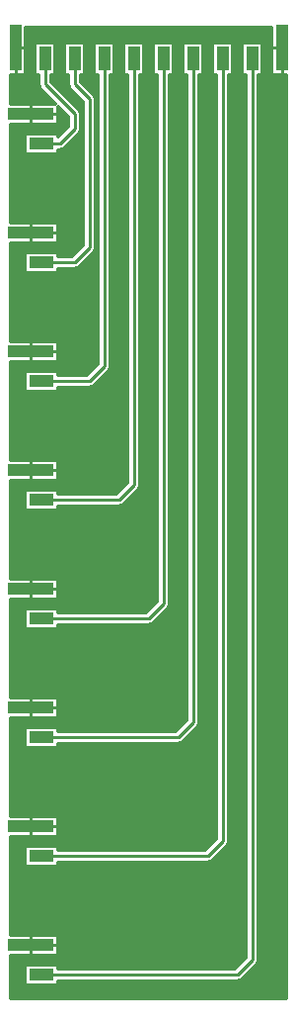
<source format=gbr>
G04 DesignSpark PCB Gerber Version 10.0 Build 5299*
%FSLAX35Y35*%
%MOIN*%
%ADD129R,0.03937X0.07874*%
%ADD130R,0.03937X0.15748*%
%ADD117C,0.01000*%
%ADD90C,0.01142*%
%ADD127C,0.01200*%
%ADD131R,0.07874X0.03937*%
%ADD120R,0.15748X0.03937*%
X0Y0D02*
D02*
D90*
X31215Y20547D02*
X97421D01*
X102421Y25547D01*
Y329246D01*
X31215Y60547D02*
X87421D01*
X92421Y65547D01*
Y329246D01*
X31215Y100547D02*
X77421D01*
X82421Y105547D01*
Y329246D01*
X31215Y140547D02*
X67421D01*
X72421Y145547D01*
Y329246D01*
X31215Y180547D02*
X57421D01*
X62421Y185547D01*
Y329246D01*
X31215Y220547D02*
X47421D01*
X52421Y225547D01*
Y329246D01*
X31215Y260547D02*
X42421D01*
X47421Y265547D01*
Y315547D01*
X42421Y320547D01*
Y329246D01*
X31215Y300547D02*
X37421D01*
X42421Y305547D01*
Y310547D01*
X32421Y320547D01*
Y329246D01*
D02*
D117*
X22421Y325621D02*
Y323521D01*
X23890Y332995D02*
X25988D01*
X27473Y29078D02*
Y26980D01*
Y32015D02*
Y34114D01*
Y69078D02*
Y66980D01*
Y72015D02*
Y74114D01*
Y109078D02*
Y106980D01*
Y112015D02*
Y114114D01*
Y149078D02*
Y146980D01*
Y152015D02*
Y154114D01*
Y189078D02*
Y186980D01*
Y192015D02*
Y194114D01*
Y229078D02*
Y226980D01*
Y232015D02*
Y234114D01*
Y269078D02*
Y266980D01*
Y272015D02*
Y274114D01*
Y309078D02*
Y306980D01*
Y312015D02*
Y314114D01*
X34847Y30547D02*
X36947D01*
X34847Y70547D02*
X36947D01*
X34847Y110547D02*
X36947D01*
X34847Y150547D02*
X36947D01*
X34847Y190547D02*
X36947D01*
X34847Y230547D02*
X36947D01*
X34847Y270547D02*
X36947D01*
X34847Y310547D02*
X36947D01*
X110953Y332995D02*
X108854D01*
X112421Y325621D02*
Y323521D01*
D02*
D120*
X27473Y30547D03*
Y70547D03*
Y110547D03*
Y150547D03*
Y190547D03*
Y230547D03*
Y270547D03*
Y310547D03*
D02*
D127*
X20920Y26980D02*
Y12798D01*
X113989D01*
Y323521D01*
X108854D01*
Y339597D01*
X25988D01*
Y323521D01*
X20920D01*
Y314114D01*
X35784D01*
X30886Y319012D01*
G75*
G02*
X30250Y320547I1535J1535D01*
G01*
Y323708D01*
X28854D01*
Y334783D01*
X35988D01*
Y323708D01*
X34592D01*
Y321446D01*
X43956Y312082D01*
G75*
G02*
X44592Y310547I-1535J-1535D01*
G01*
Y305547D01*
G75*
G02*
X43956Y304012I-2171J0D01*
G01*
X38956Y299012D01*
G75*
G02*
X37419Y298376I-1535J1535D01*
G01*
X36752D01*
Y296980D01*
X25677D01*
Y304114D01*
X36752D01*
Y302948D01*
X40250Y306446D01*
Y309648D01*
X36947Y312951D01*
Y306980D01*
X20920D01*
Y274114D01*
X36947D01*
Y266980D01*
X20920D01*
Y234114D01*
X36947D01*
Y226980D01*
X20920D01*
Y194114D01*
X36947D01*
Y186980D01*
X20920D01*
Y154114D01*
X36947D01*
Y146980D01*
X20920D01*
Y114114D01*
X36947D01*
Y106980D01*
X20920D01*
Y74114D01*
X36947D01*
Y66980D01*
X20920D01*
Y34114D01*
X36947D01*
Y26980D01*
X20920D01*
X48956Y317082D02*
G75*
G02*
X49592Y315547I-1535J-1535D01*
G01*
Y265547D01*
G75*
G02*
X48956Y264012I-2171J0D01*
G01*
X43956Y259012D01*
G75*
G02*
X42419Y258376I-1535J1535D01*
G01*
X36752D01*
Y256980D01*
X25677D01*
Y264114D01*
X36752D01*
Y262718D01*
X41522D01*
X45250Y266446D01*
Y314648D01*
X40886Y319012D01*
G75*
G02*
X40250Y320547I1535J1535D01*
G01*
Y323708D01*
X38854D01*
Y334783D01*
X45988D01*
Y323708D01*
X44592D01*
Y321446D01*
X48956Y317082D01*
X48854Y334783D02*
X55988D01*
Y323708D01*
X54592D01*
Y225547D01*
G75*
G02*
X53956Y224012I-2171J0D01*
G01*
X48956Y219012D01*
G75*
G02*
X47419Y218376I-1535J1535D01*
G01*
X36752D01*
Y216980D01*
X25677D01*
Y224114D01*
X36752D01*
Y222718D01*
X46522D01*
X50250Y226446D01*
Y323708D01*
X48854D01*
Y334783D01*
X58854D02*
X65988D01*
Y323708D01*
X64592D01*
Y185547D01*
G75*
G02*
X63956Y184012I-2171J0D01*
G01*
X58956Y179012D01*
G75*
G02*
X57419Y178376I-1535J1535D01*
G01*
X36752D01*
Y176980D01*
X25677D01*
Y184114D01*
X36752D01*
Y182718D01*
X56522D01*
X60250Y186446D01*
Y323708D01*
X58854D01*
Y334783D01*
X68854D02*
X75988D01*
Y323708D01*
X74592D01*
Y145547D01*
G75*
G02*
X73956Y144012I-2171J0D01*
G01*
X68956Y139012D01*
G75*
G02*
X67419Y138376I-1535J1535D01*
G01*
X36752D01*
Y136980D01*
X25677D01*
Y144114D01*
X36752D01*
Y142718D01*
X66522D01*
X70250Y146446D01*
Y323708D01*
X68854D01*
Y334783D01*
X78854D02*
X85988D01*
Y323708D01*
X84592D01*
Y105547D01*
G75*
G02*
X83956Y104012I-2171J0D01*
G01*
X78956Y99012D01*
G75*
G02*
X77419Y98376I-1535J1535D01*
G01*
X36752D01*
Y96980D01*
X25677D01*
Y104114D01*
X36752D01*
Y102718D01*
X76522D01*
X80250Y106446D01*
Y323708D01*
X78854D01*
Y334783D01*
X88854D02*
X95988D01*
Y323708D01*
X94592D01*
Y65547D01*
G75*
G02*
X93956Y64012I-2171J0D01*
G01*
X88956Y59012D01*
G75*
G02*
X87419Y58376I-1535J1535D01*
G01*
X36752D01*
Y56980D01*
X25677D01*
Y64114D01*
X36752D01*
Y62718D01*
X86522D01*
X90250Y66446D01*
Y323708D01*
X88854D01*
Y334783D01*
X98854D02*
X105988D01*
Y323708D01*
X104592D01*
Y25547D01*
G75*
G02*
X103956Y24012I-2171J0D01*
G01*
X98956Y19012D01*
G75*
G02*
X97419Y18376I-1535J1535D01*
G01*
X36752D01*
Y16980D01*
X25677D01*
Y24114D01*
X36752D01*
Y22718D01*
X96522D01*
X100250Y26446D01*
Y323708D01*
X98854D01*
Y334783D01*
X21520Y26980D02*
G36*
X21520Y26980D02*
Y13398D01*
X113389D01*
Y295881D01*
X104592D01*
Y25547D01*
G75*
G02*
X103956Y24012I-2172J1D01*
G01*
X98956Y19012D01*
G75*
G02*
X97419Y18376I-1534J1533D01*
G01*
X36752D01*
Y16980D01*
X25677D01*
Y24114D01*
X36752D01*
Y22718D01*
X96522D01*
X100250Y26446D01*
Y295881D01*
X94592D01*
Y65547D01*
G75*
G02*
X93956Y64012I-2172J1D01*
G01*
X88956Y59012D01*
G75*
G02*
X87419Y58376I-1534J1533D01*
G01*
X36752D01*
Y56980D01*
X25677D01*
Y64114D01*
X36752D01*
Y62718D01*
X86522D01*
X90250Y66446D01*
Y295881D01*
X84592D01*
Y105547D01*
G75*
G02*
X83956Y104012I-2172J1D01*
G01*
X78956Y99012D01*
G75*
G02*
X77419Y98376I-1534J1533D01*
G01*
X36752D01*
Y96980D01*
X25677D01*
Y104114D01*
X36752D01*
Y102718D01*
X76522D01*
X80250Y106446D01*
Y295881D01*
X74592D01*
Y145547D01*
G75*
G02*
X73956Y144012I-2172J1D01*
G01*
X68956Y139012D01*
G75*
G02*
X67419Y138376I-1534J1533D01*
G01*
X36752D01*
Y136980D01*
X25677D01*
Y144114D01*
X36752D01*
Y142718D01*
X66522D01*
X70250Y146446D01*
Y295881D01*
X64592D01*
Y185547D01*
G75*
G02*
X63956Y184012I-2172J1D01*
G01*
X58956Y179012D01*
G75*
G02*
X57419Y178376I-1534J1533D01*
G01*
X36752D01*
Y176980D01*
X25677D01*
Y184114D01*
X36752D01*
Y182718D01*
X56522D01*
X60250Y186446D01*
Y295881D01*
X54592D01*
Y225547D01*
G75*
G02*
X53956Y224012I-2172J1D01*
G01*
X48956Y219012D01*
G75*
G02*
X47419Y218376I-1534J1533D01*
G01*
X36752D01*
Y216980D01*
X25677D01*
Y224114D01*
X36752D01*
Y222718D01*
X46522D01*
X50250Y226446D01*
Y295881D01*
X49592D01*
Y265547D01*
G75*
G02*
X48956Y264012I-2172J1D01*
G01*
X43956Y259012D01*
G75*
G02*
X42419Y258376I-1534J1533D01*
G01*
X36752D01*
Y256980D01*
X25677D01*
Y264114D01*
X36752D01*
Y262718D01*
X41522D01*
X45250Y266446D01*
Y295881D01*
X21520D01*
Y274114D01*
X36947D01*
Y266980D01*
X21520D01*
Y234114D01*
X36947D01*
Y226980D01*
X21520D01*
Y194114D01*
X36947D01*
Y186980D01*
X21520D01*
Y154114D01*
X36947D01*
Y146980D01*
X21520D01*
Y114114D01*
X36947D01*
Y106980D01*
X21520D01*
Y74114D01*
X36947D01*
Y66980D01*
X21520D01*
Y34114D01*
X36947D01*
Y26980D01*
X21520D01*
G37*
Y306980D02*
G36*
X21520Y306980D02*
Y295881D01*
X45250D01*
Y314648D01*
X40886Y319012D01*
G75*
G02*
X40250Y320547I1537J1536D01*
G01*
Y323708D01*
X38854D01*
Y334783D01*
X45988D01*
Y323708D01*
X44592D01*
Y321446D01*
X48956Y317082D01*
G75*
G02*
X49592Y315547I-1537J-1536D01*
G01*
Y295881D01*
X50250D01*
Y323708D01*
X48854D01*
Y334783D01*
X55988D01*
Y323708D01*
X54592D01*
Y295881D01*
X60250D01*
Y323708D01*
X58854D01*
Y334783D01*
X65988D01*
Y323708D01*
X64592D01*
Y295881D01*
X70250D01*
Y323708D01*
X68854D01*
Y334783D01*
X75988D01*
Y323708D01*
X74592D01*
Y295881D01*
X80250D01*
Y323708D01*
X78854D01*
Y334783D01*
X85988D01*
Y323708D01*
X84592D01*
Y295881D01*
X90250D01*
Y323708D01*
X88854D01*
Y334783D01*
X95988D01*
Y323708D01*
X94592D01*
Y295881D01*
X100250D01*
Y323708D01*
X98854D01*
Y334783D01*
X105988D01*
Y323708D01*
X104592D01*
Y295881D01*
X113389D01*
Y323521D01*
X108854D01*
Y338997D01*
X25988D01*
Y323521D01*
X21520D01*
Y314114D01*
X35784D01*
X30886Y319012D01*
G75*
G02*
X30250Y320547I1537J1536D01*
G01*
Y323708D01*
X28854D01*
Y334783D01*
X35988D01*
Y323708D01*
X34592D01*
Y321446D01*
X43956Y312082D01*
G75*
G02*
X44592Y310547I-1537J-1536D01*
G01*
Y305547D01*
G75*
G02*
X43956Y304012I-2172J1D01*
G01*
X38956Y299012D01*
G75*
G02*
X37419Y298376I-1534J1533D01*
G01*
X36752D01*
Y296980D01*
X25677D01*
Y304114D01*
X36752D01*
Y302948D01*
X40250Y306446D01*
Y309648D01*
X36947Y312951D01*
Y306980D01*
X21520D01*
G37*
D02*
D129*
X32421Y329246D03*
X42421D03*
X52421D03*
X62421D03*
X72421D03*
X82421D03*
X92421D03*
X102421D03*
D02*
D130*
X22421Y332995D03*
X112421D03*
D02*
D131*
X31215Y20547D03*
Y60547D03*
Y100547D03*
Y140547D03*
Y180547D03*
Y220547D03*
Y260547D03*
Y300547D03*
X0Y0D02*
M02*

</source>
